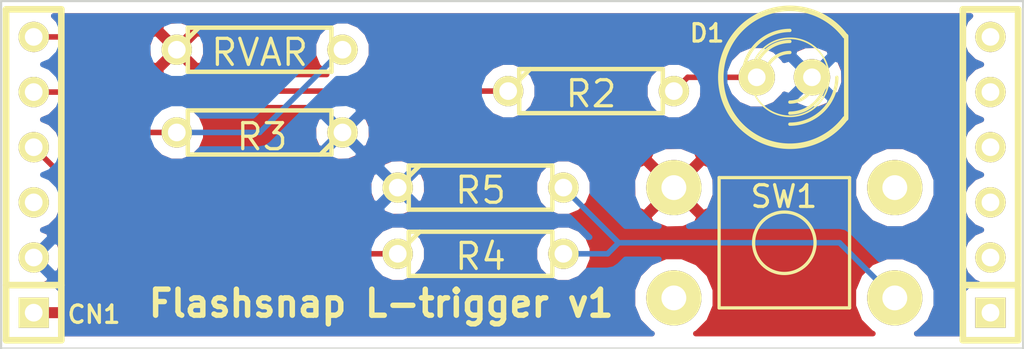
<source format=kicad_pcb>
(kicad_pcb (version 3) (host pcbnew "(2013-jul-07)-stable")

  (general
    (links 12)
    (no_connects 0)
    (area 185.2916 139.949999 234.676401 156.050001)
    (thickness 1.6)
    (drawings 5)
    (tracks 17)
    (zones 0)
    (modules 9)
    (nets 8)
  )

  (page A3)
  (layers
    (15 F.Cu signal)
    (0 B.Cu signal)
    (16 B.Adhes user)
    (17 F.Adhes user)
    (18 B.Paste user)
    (19 F.Paste user)
    (20 B.SilkS user)
    (21 F.SilkS user)
    (22 B.Mask user)
    (23 F.Mask user)
    (24 Dwgs.User user)
    (25 Cmts.User user)
    (26 Eco1.User user)
    (27 Eco2.User user)
    (28 Edge.Cuts user)
  )

  (setup
    (last_trace_width 0.254)
    (trace_clearance 0.254)
    (zone_clearance 0.508)
    (zone_45_only no)
    (trace_min 0.254)
    (segment_width 0.2)
    (edge_width 0.1)
    (via_size 0.889)
    (via_drill 0.635)
    (via_min_size 0.889)
    (via_min_drill 0.508)
    (uvia_size 0.508)
    (uvia_drill 0.127)
    (uvias_allowed no)
    (uvia_min_size 0.508)
    (uvia_min_drill 0.127)
    (pcb_text_width 0.3)
    (pcb_text_size 1.5 1.5)
    (mod_edge_width 0.15)
    (mod_text_size 1 1)
    (mod_text_width 0.15)
    (pad_size 1.5 1.5)
    (pad_drill 0.6)
    (pad_to_mask_clearance 0)
    (aux_axis_origin 0 0)
    (visible_elements FFFFFFBF)
    (pcbplotparams
      (layerselection 3178497)
      (usegerberextensions true)
      (excludeedgelayer true)
      (linewidth 0.150000)
      (plotframeref false)
      (viasonmask false)
      (mode 1)
      (useauxorigin false)
      (hpglpennumber 1)
      (hpglpenspeed 20)
      (hpglpendiameter 15)
      (hpglpenoverlay 2)
      (psnegative false)
      (psa4output false)
      (plotreference true)
      (plotvalue true)
      (plotothertext true)
      (plotinvisibletext false)
      (padsonsilk false)
      (subtractmaskfromsilk false)
      (outputformat 1)
      (mirror false)
      (drillshape 1)
      (scaleselection 1)
      (outputdirectory ""))
  )

  (net 0 "")
  (net 1 N-000001)
  (net 2 N-0000014)
  (net 3 N-000002)
  (net 4 N-000003)
  (net 5 N-000004)
  (net 6 N-000005)
  (net 7 N-000006)

  (net_class Default "This is the default net class."
    (clearance 0.254)
    (trace_width 0.254)
    (via_dia 0.889)
    (via_drill 0.635)
    (uvia_dia 0.508)
    (uvia_drill 0.127)
    (add_net "")
    (add_net N-000001)
    (add_net N-0000014)
    (add_net N-000002)
    (add_net N-000003)
    (add_net N-000004)
    (add_net N-000005)
    (add_net N-000006)
  )

  (module SW_PUSH_6MM (layer F.Cu) (tedit 5486012E) (tstamp 5485E322)
    (at 223.52 151.13)
    (descr "Bouton poussoir")
    (tags "SWITCH DEV")
    (path /54843082)
    (autoplace_cost180 10)
    (fp_text reference SW1 (at -0.02 -2.13) (layer F.SilkS)
      (effects (font (size 1 1) (thickness 0.15)))
    )
    (fp_text value SW_PUSH (at 0 0) (layer F.SilkS) hide
      (effects (font (size 1.27 1.27) (thickness 0.254)))
    )
    (fp_circle (center 0 0) (end 1 1) (layer F.SilkS) (width 0.15))
    (fp_line (start 3 3) (end 3 -3) (layer F.SilkS) (width 0.15))
    (fp_line (start 3 -3) (end -3 -3) (layer F.SilkS) (width 0.15))
    (fp_line (start -3 -3) (end -3 3) (layer F.SilkS) (width 0.15))
    (fp_line (start -3 3) (end 3 3) (layer F.SilkS) (width 0.15))
    (pad 1 thru_hole circle (at -5.08 -2.54) (size 2.54 2.54) (drill 1.143)
      (layers *.Cu *.Mask F.SilkS)
      (net 5 N-000004)
    )
    (pad 2 thru_hole circle (at 5.08 2.54) (size 2.54 2.54) (drill 1.143)
      (layers *.Cu *.Mask F.SilkS)
      (net 4 N-000003)
    )
    (pad 4 thru_hole circle (at 5.08 -2.54) (size 2.54 2.54) (drill 1.143)
      (layers *.Cu *.Mask F.SilkS)
    )
    (pad 5 thru_hole circle (at -5.08 2.54) (size 2.54 2.54) (drill 1.143)
      (layers *.Cu *.Mask F.SilkS)
    )
    (model device/switch_push.wrl
      (at (xyz 0 0 0))
      (scale (xyz 1 1 1))
      (rotate (xyz 0 0 0))
    )
  )

  (module SIL-6 (layer F.Cu) (tedit 5485E9B8) (tstamp 5485E331)
    (at 233 148 90)
    (descr "Connecteur 6 pins")
    (tags "CONN DEV")
    (path /5484339B)
    (fp_text reference CN2 (at 5.75 -3.25 180) (layer F.SilkS) hide
      (effects (font (size 1.72974 1.08712) (thickness 0.27178)))
    )
    (fp_text value CN_6 (at 0 -2.54 90) (layer F.SilkS) hide
      (effects (font (size 1.524 1.016) (thickness 0.3048)))
    )
    (fp_line (start -7.62 1.27) (end -7.62 -1.27) (layer F.SilkS) (width 0.3048))
    (fp_line (start -7.62 -1.27) (end 7.62 -1.27) (layer F.SilkS) (width 0.3048))
    (fp_line (start 7.62 -1.27) (end 7.62 1.27) (layer F.SilkS) (width 0.3048))
    (fp_line (start 7.62 1.27) (end -7.62 1.27) (layer F.SilkS) (width 0.3048))
    (fp_line (start -5.08 1.27) (end -5.08 -1.27) (layer F.SilkS) (width 0.3048))
    (pad 1 thru_hole rect (at -6.35 0 90) (size 1.397 1.397) (drill 0.8128)
      (layers *.Cu *.Mask F.SilkS)
    )
    (pad 2 thru_hole circle (at -3.81 0 90) (size 1.397 1.397) (drill 0.8128)
      (layers *.Cu *.Mask F.SilkS)
    )
    (pad 3 thru_hole circle (at -1.27 0 90) (size 1.397 1.397) (drill 0.8128)
      (layers *.Cu *.Mask F.SilkS)
    )
    (pad 4 thru_hole circle (at 1.27 0 90) (size 1.397 1.397) (drill 0.8128)
      (layers *.Cu *.Mask F.SilkS)
    )
    (pad 5 thru_hole circle (at 3.81 0 90) (size 1.397 1.397) (drill 0.8128)
      (layers *.Cu *.Mask F.SilkS)
    )
    (pad 6 thru_hole circle (at 6.35 0 90) (size 1.397 1.397) (drill 0.8128)
      (layers *.Cu *.Mask F.SilkS)
    )
  )

  (module SIL-6 (layer F.Cu) (tedit 548600B7) (tstamp 5485E340)
    (at 189 148 90)
    (descr "Connecteur 6 pins")
    (tags "CONN DEV")
    (path /548433AA)
    (fp_text reference CN1 (at -6.432 2.77 180) (layer F.SilkS)
      (effects (font (size 0.8 0.8) (thickness 0.15)))
    )
    (fp_text value CN_6 (at 0 -2.54 90) (layer F.SilkS) hide
      (effects (font (size 1.524 1.016) (thickness 0.3048)))
    )
    (fp_line (start -7.62 1.27) (end -7.62 -1.27) (layer F.SilkS) (width 0.3048))
    (fp_line (start -7.62 -1.27) (end 7.62 -1.27) (layer F.SilkS) (width 0.3048))
    (fp_line (start 7.62 -1.27) (end 7.62 1.27) (layer F.SilkS) (width 0.3048))
    (fp_line (start 7.62 1.27) (end -7.62 1.27) (layer F.SilkS) (width 0.3048))
    (fp_line (start -5.08 1.27) (end -5.08 -1.27) (layer F.SilkS) (width 0.3048))
    (pad 1 thru_hole rect (at -6.35 0 90) (size 1.397 1.397) (drill 0.8128)
      (layers *.Cu *.Mask F.SilkS)
      (net 5 N-000004)
    )
    (pad 2 thru_hole circle (at -3.81 0 90) (size 1.397 1.397) (drill 0.8128)
      (layers *.Cu *.Mask F.SilkS)
      (net 7 N-000006)
    )
    (pad 3 thru_hole circle (at -1.27 0 90) (size 1.397 1.397) (drill 0.8128)
      (layers *.Cu *.Mask F.SilkS)
    )
    (pad 4 thru_hole circle (at 1.27 0 90) (size 1.397 1.397) (drill 0.8128)
      (layers *.Cu *.Mask F.SilkS)
      (net 1 N-000001)
    )
    (pad 5 thru_hole circle (at 3.81 0 90) (size 1.397 1.397) (drill 0.8128)
      (layers *.Cu *.Mask F.SilkS)
      (net 3 N-000002)
    )
    (pad 6 thru_hole circle (at 6.35 0 90) (size 1.397 1.397) (drill 0.8128)
      (layers *.Cu *.Mask F.SilkS)
      (net 6 N-000005)
    )
  )

  (module LED-5MM (layer F.Cu) (tedit 54860124) (tstamp 5485E377)
    (at 223.52 143.51)
    (descr "LED 5mm - Lead pitch 100mil (2,54mm)")
    (tags "LED led 5mm 5MM 100mil 2,54mm")
    (path /548432EF)
    (fp_text reference D1 (at -3.556 -2.032) (layer F.SilkS)
      (effects (font (size 0.8 0.8) (thickness 0.15)))
    )
    (fp_text value LED (at 0 3.81) (layer F.SilkS) hide
      (effects (font (size 0.762 0.762) (thickness 0.0889)))
    )
    (fp_line (start 2.8448 1.905) (end 2.8448 -1.905) (layer F.SilkS) (width 0.2032))
    (fp_circle (center 0.254 0) (end -1.016 1.27) (layer F.SilkS) (width 0.0762))
    (fp_arc (start 0.254 0) (end 2.794 1.905) (angle 286.2) (layer F.SilkS) (width 0.254))
    (fp_arc (start 0.254 0) (end -0.889 0) (angle 90) (layer F.SilkS) (width 0.1524))
    (fp_arc (start 0.254 0) (end 1.397 0) (angle 90) (layer F.SilkS) (width 0.1524))
    (fp_arc (start 0.254 0) (end -1.397 0) (angle 90) (layer F.SilkS) (width 0.1524))
    (fp_arc (start 0.254 0) (end 1.905 0) (angle 90) (layer F.SilkS) (width 0.1524))
    (fp_arc (start 0.254 0) (end -1.905 0) (angle 90) (layer F.SilkS) (width 0.1524))
    (fp_arc (start 0.254 0) (end 2.413 0) (angle 90) (layer F.SilkS) (width 0.1524))
    (pad 1 thru_hole circle (at -1.27 0) (size 1.6764 1.6764) (drill 0.8128)
      (layers *.Cu *.Mask F.SilkS)
      (net 2 N-0000014)
    )
    (pad 2 thru_hole circle (at 1.27 0) (size 1.6764 1.6764) (drill 0.8128)
      (layers *.Cu *.Mask F.SilkS)
      (net 7 N-000006)
    )
    (model discret/leds/led5_vertical_verde.wrl
      (at (xyz 0 0 0))
      (scale (xyz 1 1 1))
      (rotate (xyz 0 0 0))
    )
  )

  (module R3 (layer F.Cu) (tedit 54860142) (tstamp 54860B05)
    (at 199.39 142.24)
    (descr "Resitance 3 pas")
    (tags R)
    (path /548430BF)
    (autoplace_cost180 10)
    (fp_text reference R1 (at 0 0.127) (layer F.SilkS) hide
      (effects (font (size 1.397 1.27) (thickness 0.2032)))
    )
    (fp_text value RVAR (at 0 0.127) (layer F.SilkS)
      (effects (font (size 1.2 1.2) (thickness 0.15)))
    )
    (fp_line (start -3.81 0) (end -3.302 0) (layer F.SilkS) (width 0.2032))
    (fp_line (start 3.81 0) (end 3.302 0) (layer F.SilkS) (width 0.2032))
    (fp_line (start 3.302 0) (end 3.302 -1.016) (layer F.SilkS) (width 0.2032))
    (fp_line (start 3.302 -1.016) (end -3.302 -1.016) (layer F.SilkS) (width 0.2032))
    (fp_line (start -3.302 -1.016) (end -3.302 1.016) (layer F.SilkS) (width 0.2032))
    (fp_line (start -3.302 1.016) (end 3.302 1.016) (layer F.SilkS) (width 0.2032))
    (fp_line (start 3.302 1.016) (end 3.302 0) (layer F.SilkS) (width 0.2032))
    (fp_line (start -3.302 -0.508) (end -2.794 -1.016) (layer F.SilkS) (width 0.2032))
    (pad 1 thru_hole circle (at -3.81 0) (size 1.397 1.397) (drill 0.8128)
      (layers *.Cu *.Mask F.SilkS)
      (net 5 N-000004)
    )
    (pad 2 thru_hole circle (at 3.81 0) (size 1.397 1.397) (drill 0.8128)
      (layers *.Cu *.Mask F.SilkS)
      (net 3 N-000002)
    )
    (model discret/resistor.wrl
      (at (xyz 0 0 0))
      (scale (xyz 0.3 0.3 0.3))
      (rotate (xyz 0 0 0))
    )
  )

  (module R3 (layer F.Cu) (tedit 54860157) (tstamp 54860B79)
    (at 199.39 146.05 180)
    (descr "Resitance 3 pas")
    (tags R)
    (path /548432FE)
    (autoplace_cost180 10)
    (fp_text reference R3 (at -0.11 -0.2 180) (layer F.SilkS)
      (effects (font (size 1.2 1.2) (thickness 0.15)))
    )
    (fp_text value R (at 0 0.127 180) (layer F.SilkS) hide
      (effects (font (size 1.397 1.27) (thickness 0.2032)))
    )
    (fp_line (start -3.81 0) (end -3.302 0) (layer F.SilkS) (width 0.2032))
    (fp_line (start 3.81 0) (end 3.302 0) (layer F.SilkS) (width 0.2032))
    (fp_line (start 3.302 0) (end 3.302 -1.016) (layer F.SilkS) (width 0.2032))
    (fp_line (start 3.302 -1.016) (end -3.302 -1.016) (layer F.SilkS) (width 0.2032))
    (fp_line (start -3.302 -1.016) (end -3.302 1.016) (layer F.SilkS) (width 0.2032))
    (fp_line (start -3.302 1.016) (end 3.302 1.016) (layer F.SilkS) (width 0.2032))
    (fp_line (start 3.302 1.016) (end 3.302 0) (layer F.SilkS) (width 0.2032))
    (fp_line (start -3.302 -0.508) (end -2.794 -1.016) (layer F.SilkS) (width 0.2032))
    (pad 1 thru_hole circle (at -3.81 0 180) (size 1.397 1.397) (drill 0.8128)
      (layers *.Cu *.Mask F.SilkS)
      (net 7 N-000006)
    )
    (pad 2 thru_hole circle (at 3.81 0 180) (size 1.397 1.397) (drill 0.8128)
      (layers *.Cu *.Mask F.SilkS)
      (net 3 N-000002)
    )
    (model discret/resistor.wrl
      (at (xyz 0 0 0))
      (scale (xyz 0.3 0.3 0.3))
      (rotate (xyz 0 0 0))
    )
  )

  (module R3 (layer F.Cu) (tedit 54860167) (tstamp 54860B87)
    (at 214.63 144.145)
    (descr "Resitance 3 pas")
    (tags R)
    (path /5484330D)
    (autoplace_cost180 10)
    (fp_text reference R2 (at 0 0.127) (layer F.SilkS)
      (effects (font (size 1.2 1.2) (thickness 0.15)))
    )
    (fp_text value R (at 0 0.127) (layer F.SilkS) hide
      (effects (font (size 1.397 1.27) (thickness 0.2032)))
    )
    (fp_line (start -3.81 0) (end -3.302 0) (layer F.SilkS) (width 0.2032))
    (fp_line (start 3.81 0) (end 3.302 0) (layer F.SilkS) (width 0.2032))
    (fp_line (start 3.302 0) (end 3.302 -1.016) (layer F.SilkS) (width 0.2032))
    (fp_line (start 3.302 -1.016) (end -3.302 -1.016) (layer F.SilkS) (width 0.2032))
    (fp_line (start -3.302 -1.016) (end -3.302 1.016) (layer F.SilkS) (width 0.2032))
    (fp_line (start -3.302 1.016) (end 3.302 1.016) (layer F.SilkS) (width 0.2032))
    (fp_line (start 3.302 1.016) (end 3.302 0) (layer F.SilkS) (width 0.2032))
    (fp_line (start -3.302 -0.508) (end -2.794 -1.016) (layer F.SilkS) (width 0.2032))
    (pad 1 thru_hole circle (at -3.81 0) (size 1.397 1.397) (drill 0.8128)
      (layers *.Cu *.Mask F.SilkS)
      (net 6 N-000005)
    )
    (pad 2 thru_hole circle (at 3.81 0) (size 1.397 1.397) (drill 0.8128)
      (layers *.Cu *.Mask F.SilkS)
      (net 2 N-0000014)
    )
    (model discret/resistor.wrl
      (at (xyz 0 0 0))
      (scale (xyz 0.3 0.3 0.3))
      (rotate (xyz 0 0 0))
    )
  )

  (module R3 (layer F.Cu) (tedit 54860180) (tstamp 54860B95)
    (at 209.55 151.638)
    (descr "Resitance 3 pas")
    (tags R)
    (path /5484B143)
    (autoplace_cost180 10)
    (fp_text reference R4 (at 0 0.127) (layer F.SilkS)
      (effects (font (size 1.2 1.2) (thickness 0.15)))
    )
    (fp_text value R (at 0 0.127) (layer F.SilkS) hide
      (effects (font (size 1.397 1.27) (thickness 0.2032)))
    )
    (fp_line (start -3.81 0) (end -3.302 0) (layer F.SilkS) (width 0.2032))
    (fp_line (start 3.81 0) (end 3.302 0) (layer F.SilkS) (width 0.2032))
    (fp_line (start 3.302 0) (end 3.302 -1.016) (layer F.SilkS) (width 0.2032))
    (fp_line (start 3.302 -1.016) (end -3.302 -1.016) (layer F.SilkS) (width 0.2032))
    (fp_line (start -3.302 -1.016) (end -3.302 1.016) (layer F.SilkS) (width 0.2032))
    (fp_line (start -3.302 1.016) (end 3.302 1.016) (layer F.SilkS) (width 0.2032))
    (fp_line (start 3.302 1.016) (end 3.302 0) (layer F.SilkS) (width 0.2032))
    (fp_line (start -3.302 -0.508) (end -2.794 -1.016) (layer F.SilkS) (width 0.2032))
    (pad 1 thru_hole circle (at -3.81 0) (size 1.397 1.397) (drill 0.8128)
      (layers *.Cu *.Mask F.SilkS)
      (net 1 N-000001)
    )
    (pad 2 thru_hole circle (at 3.81 0) (size 1.397 1.397) (drill 0.8128)
      (layers *.Cu *.Mask F.SilkS)
      (net 4 N-000003)
    )
    (model discret/resistor.wrl
      (at (xyz 0 0 0))
      (scale (xyz 0.3 0.3 0.3))
      (rotate (xyz 0 0 0))
    )
  )

  (module R3 (layer F.Cu) (tedit 54860174) (tstamp 54860BA3)
    (at 209.55 148.59)
    (descr "Resitance 3 pas")
    (tags R)
    (path /5484B254)
    (autoplace_cost180 10)
    (fp_text reference R5 (at 0 0.127) (layer F.SilkS)
      (effects (font (size 1.2 1.2) (thickness 0.15)))
    )
    (fp_text value R (at 0 0.127) (layer F.SilkS) hide
      (effects (font (size 1.397 1.27) (thickness 0.2032)))
    )
    (fp_line (start -3.81 0) (end -3.302 0) (layer F.SilkS) (width 0.2032))
    (fp_line (start 3.81 0) (end 3.302 0) (layer F.SilkS) (width 0.2032))
    (fp_line (start 3.302 0) (end 3.302 -1.016) (layer F.SilkS) (width 0.2032))
    (fp_line (start 3.302 -1.016) (end -3.302 -1.016) (layer F.SilkS) (width 0.2032))
    (fp_line (start -3.302 -1.016) (end -3.302 1.016) (layer F.SilkS) (width 0.2032))
    (fp_line (start -3.302 1.016) (end 3.302 1.016) (layer F.SilkS) (width 0.2032))
    (fp_line (start 3.302 1.016) (end 3.302 0) (layer F.SilkS) (width 0.2032))
    (fp_line (start -3.302 -0.508) (end -2.794 -1.016) (layer F.SilkS) (width 0.2032))
    (pad 1 thru_hole circle (at -3.81 0) (size 1.397 1.397) (drill 0.8128)
      (layers *.Cu *.Mask F.SilkS)
      (net 7 N-000006)
    )
    (pad 2 thru_hole circle (at 3.81 0) (size 1.397 1.397) (drill 0.8128)
      (layers *.Cu *.Mask F.SilkS)
      (net 4 N-000003)
    )
    (model discret/resistor.wrl
      (at (xyz 0 0 0))
      (scale (xyz 0.3 0.3 0.3))
      (rotate (xyz 0 0 0))
    )
  )

  (gr_text "Flashsnap L-trigger v1" (at 204.978 153.924) (layer F.SilkS)
    (effects (font (size 1.2 1.2) (thickness 0.25)))
  )
  (gr_line (start 187.5 156) (end 187.5 140) (angle 90) (layer Edge.Cuts) (width 0.1))
  (gr_line (start 234.5 156) (end 187.5 156) (angle 90) (layer Edge.Cuts) (width 0.1))
  (gr_line (start 234.5 140) (end 234.5 156) (angle 90) (layer Edge.Cuts) (width 0.1))
  (gr_line (start 187.5 140) (end 234.5 140) (angle 90) (layer Edge.Cuts) (width 0.1))

  (segment (start 205.74 151.638) (end 193.908 151.638) (width 0.254) (layer F.Cu) (net 1))
  (segment (start 193.908 151.638) (end 189 146.73) (width 0.254) (layer F.Cu) (net 1) (tstamp 54860042))
  (segment (start 222.25 143.51) (end 219.075 143.51) (width 0.254) (layer F.Cu) (net 2))
  (segment (start 219.075 143.51) (end 218.44 144.145) (width 0.254) (layer F.Cu) (net 2) (tstamp 54860D3B))
  (segment (start 195.58 146.05) (end 199.39 146.05) (width 0.254) (layer B.Cu) (net 3))
  (segment (start 199.39 146.05) (end 203.2 142.24) (width 0.254) (layer B.Cu) (net 3) (tstamp 54860EFC))
  (segment (start 189 144.19) (end 191.69 144.19) (width 0.254) (layer F.Cu) (net 3))
  (segment (start 193.55 146.05) (end 195.58 146.05) (width 0.254) (layer F.Cu) (net 3) (tstamp 54860EF8))
  (segment (start 191.69 144.19) (end 193.55 146.05) (width 0.254) (layer F.Cu) (net 3) (tstamp 54860EF6))
  (segment (start 213.36 151.638) (end 215.392 151.638) (width 0.254) (layer B.Cu) (net 4) (status 400000))
  (segment (start 215.392 151.638) (end 215.9 151.13) (width 0.254) (layer B.Cu) (net 4) (tstamp 548601FF))
  (segment (start 228.6 153.67) (end 226.06 151.13) (width 0.254) (layer B.Cu) (net 4) (status 400000))
  (segment (start 215.9 151.13) (end 213.36 148.59) (width 0.254) (layer B.Cu) (net 4) (tstamp 548601E8) (status 800000))
  (segment (start 226.06 151.13) (end 215.9 151.13) (width 0.254) (layer B.Cu) (net 4) (tstamp 548601E3))
  (segment (start 210.82 144.145) (end 193.675 144.145) (width 0.254) (layer F.Cu) (net 6))
  (segment (start 191.18 141.65) (end 189 141.65) (width 0.254) (layer F.Cu) (net 6) (tstamp 54860D35))
  (segment (start 193.675 144.145) (end 191.18 141.65) (width 0.254) (layer F.Cu) (net 6) (tstamp 54860D34))

  (zone (net 5) (net_name N-000004) (layer F.Cu) (tstamp 54860CF0) (hatch edge 0.508)
    (connect_pads (clearance 0.508))
    (min_thickness 0.254)
    (fill (arc_segments 16) (thermal_gap 0.508) (thermal_bridge_width 0.508))
    (polygon
      (pts
        (xy 234.5 156) (xy 187.5 156) (xy 187.5 140) (xy 234.5 140)
      )
    )
    (filled_polygon
      (pts
        (xy 232.581448 150.540093) (xy 232.24562 150.678855) (xy 231.870174 151.053647) (xy 231.666733 151.543587) (xy 231.66627 152.074086)
        (xy 231.868855 152.56438) (xy 232.243647 152.939826) (xy 232.428033 153.01639) (xy 232.175745 153.01639) (xy 231.942271 153.112859)
        (xy 231.763487 153.291332) (xy 231.666611 153.524636) (xy 231.66639 153.777255) (xy 231.66639 155.174255) (xy 231.724544 155.315)
        (xy 229.607311 155.315) (xy 229.677686 155.285922) (xy 230.214039 154.750505) (xy 230.504668 154.05059) (xy 230.50533 153.292735)
        (xy 230.50533 148.212735) (xy 230.215922 147.512314) (xy 229.680505 146.975961) (xy 228.98059 146.685332) (xy 228.222735 146.68467)
        (xy 227.522314 146.974078) (xy 226.985961 147.509495) (xy 226.695332 148.20941) (xy 226.69467 148.967265) (xy 226.984078 149.667686)
        (xy 227.519495 150.204039) (xy 228.21941 150.494668) (xy 228.977265 150.49533) (xy 229.677686 150.205922) (xy 230.214039 149.670505)
        (xy 230.504668 148.97059) (xy 230.50533 148.212735) (xy 230.50533 153.292735) (xy 230.215922 152.592314) (xy 229.680505 152.055961)
        (xy 228.98059 151.765332) (xy 228.222735 151.76467) (xy 227.522314 152.054078) (xy 226.985961 152.589495) (xy 226.695332 153.28941)
        (xy 226.69467 154.047265) (xy 226.984078 154.747686) (xy 227.519495 155.284039) (xy 227.594057 155.315) (xy 226.263454 155.315)
        (xy 226.263454 143.218248) (xy 226.039646 142.67659) (xy 225.62559 142.261811) (xy 225.084323 142.037057) (xy 224.498248 142.036546)
        (xy 223.95659 142.260354) (xy 223.541811 142.67441) (xy 223.520224 142.726394) (xy 223.499646 142.67659) (xy 223.08559 142.261811)
        (xy 222.544323 142.037057) (xy 221.958248 142.036546) (xy 221.41659 142.260354) (xy 221.001811 142.67441) (xy 220.971253 142.748)
        (xy 219.075 142.748) (xy 218.783395 142.806004) (xy 218.748602 142.829251) (xy 218.706413 142.811733) (xy 218.175914 142.81127)
        (xy 217.68562 143.013855) (xy 217.310174 143.388647) (xy 217.106733 143.878587) (xy 217.10627 144.409086) (xy 217.308855 144.89938)
        (xy 217.683647 145.274826) (xy 218.173587 145.478267) (xy 218.704086 145.47873) (xy 219.19438 145.276145) (xy 219.569826 144.901353)
        (xy 219.773267 144.411413) (xy 219.773388 144.272) (xy 220.970848 144.272) (xy 221.000354 144.34341) (xy 221.41441 144.758189)
        (xy 221.955677 144.982943) (xy 222.541752 144.983454) (xy 223.08341 144.759646) (xy 223.498189 144.34559) (xy 223.519775 144.293605)
        (xy 223.540354 144.34341) (xy 223.95441 144.758189) (xy 224.495677 144.982943) (xy 225.081752 144.983454) (xy 225.62341 144.759646)
        (xy 226.038189 144.34559) (xy 226.262943 143.804323) (xy 226.263454 143.218248) (xy 226.263454 155.315) (xy 220.35426 155.315)
        (xy 220.35426 148.918964) (xy 220.334435 148.161368) (xy 220.082656 147.553521) (xy 219.787776 147.421829) (xy 219.608171 147.601434)
        (xy 219.608171 147.242224) (xy 219.476479 146.947344) (xy 218.768964 146.67574) (xy 218.011368 146.695565) (xy 217.403521 146.947344)
        (xy 217.271829 147.242224) (xy 218.44 148.410395) (xy 219.608171 147.242224) (xy 219.608171 147.601434) (xy 218.619605 148.59)
        (xy 219.787776 149.758171) (xy 220.082656 149.626479) (xy 220.35426 148.918964) (xy 220.35426 155.315) (xy 219.447311 155.315)
        (xy 219.517686 155.285922) (xy 220.054039 154.750505) (xy 220.344668 154.05059) (xy 220.34533 153.292735) (xy 220.055922 152.592314)
        (xy 219.608171 152.14378) (xy 219.608171 149.937776) (xy 218.44 148.769605) (xy 218.260395 148.94921) (xy 218.260395 148.59)
        (xy 217.092224 147.421829) (xy 216.797344 147.553521) (xy 216.52574 148.261036) (xy 216.545565 149.018632) (xy 216.797344 149.626479)
        (xy 217.092224 149.758171) (xy 218.260395 148.59) (xy 218.260395 148.94921) (xy 217.271829 149.937776) (xy 217.403521 150.232656)
        (xy 218.111036 150.50426) (xy 218.868632 150.484435) (xy 219.476479 150.232656) (xy 219.608171 149.937776) (xy 219.608171 152.14378)
        (xy 219.520505 152.055961) (xy 218.82059 151.765332) (xy 218.062735 151.76467) (xy 217.362314 152.054078) (xy 216.825961 152.589495)
        (xy 216.535332 153.28941) (xy 216.53467 154.047265) (xy 216.824078 154.747686) (xy 217.359495 155.284039) (xy 217.434057 155.315)
        (xy 214.69373 155.315) (xy 214.69373 151.373914) (xy 214.69373 148.325914) (xy 214.491145 147.83562) (xy 214.116353 147.460174)
        (xy 213.626413 147.256733) (xy 213.095914 147.25627) (xy 212.60562 147.458855) (xy 212.230174 147.833647) (xy 212.026733 148.323587)
        (xy 212.02627 148.854086) (xy 212.228855 149.34438) (xy 212.603647 149.719826) (xy 213.093587 149.923267) (xy 213.624086 149.92373)
        (xy 214.11438 149.721145) (xy 214.489826 149.346353) (xy 214.693267 148.856413) (xy 214.69373 148.325914) (xy 214.69373 151.373914)
        (xy 214.491145 150.88362) (xy 214.116353 150.508174) (xy 213.626413 150.304733) (xy 213.095914 150.30427) (xy 212.60562 150.506855)
        (xy 212.230174 150.881647) (xy 212.026733 151.371587) (xy 212.02627 151.902086) (xy 212.228855 152.39238) (xy 212.603647 152.767826)
        (xy 213.093587 152.971267) (xy 213.624086 152.97173) (xy 214.11438 152.769145) (xy 214.489826 152.394353) (xy 214.693267 151.904413)
        (xy 214.69373 151.373914) (xy 214.69373 155.315) (xy 190.275455 155.315) (xy 190.33361 155.174255) (xy 190.3335 154.63575)
        (xy 190.17475 154.477) (xy 189.127 154.477) (xy 189.127 154.497) (xy 188.873 154.497) (xy 188.873 154.477)
        (xy 188.853 154.477) (xy 188.853 154.223) (xy 188.873 154.223) (xy 188.873 154.203) (xy 189.127 154.203)
        (xy 189.127 154.223) (xy 190.17475 154.223) (xy 190.3335 154.06425) (xy 190.33361 153.525745) (xy 190.237141 153.292271)
        (xy 190.058668 153.113487) (xy 189.825364 153.016611) (xy 189.572745 153.01639) (xy 189.572272 153.01639) (xy 189.75438 152.941145)
        (xy 190.129826 152.566353) (xy 190.333267 152.076413) (xy 190.33373 151.545914) (xy 190.131145 151.05562) (xy 189.756353 150.680174)
        (xy 189.418551 150.539906) (xy 189.75438 150.401145) (xy 190.129826 150.026353) (xy 190.333267 149.536413) (xy 190.333611 149.141241)
        (xy 193.369185 152.176815) (xy 193.616395 152.341996) (xy 193.908 152.4) (xy 204.616461 152.4) (xy 204.983647 152.767826)
        (xy 205.473587 152.971267) (xy 206.004086 152.97173) (xy 206.49438 152.769145) (xy 206.869826 152.394353) (xy 207.073267 151.904413)
        (xy 207.07373 151.373914) (xy 207.07373 148.325914) (xy 206.871145 147.83562) (xy 206.496353 147.460174) (xy 206.006413 147.256733)
        (xy 205.475914 147.25627) (xy 204.98562 147.458855) (xy 204.610174 147.833647) (xy 204.406733 148.323587) (xy 204.40627 148.854086)
        (xy 204.608855 149.34438) (xy 204.983647 149.719826) (xy 205.473587 149.923267) (xy 206.004086 149.92373) (xy 206.49438 149.721145)
        (xy 206.869826 149.346353) (xy 207.073267 148.856413) (xy 207.07373 148.325914) (xy 207.07373 151.373914) (xy 206.871145 150.88362)
        (xy 206.496353 150.508174) (xy 206.006413 150.304733) (xy 205.475914 150.30427) (xy 204.98562 150.506855) (xy 204.61583 150.876)
        (xy 194.22363 150.876) (xy 190.333276 146.985646) (xy 190.33373 146.465914) (xy 190.131145 145.97562) (xy 189.756353 145.600174)
        (xy 189.418551 145.459906) (xy 189.75438 145.321145) (xy 190.124169 144.952) (xy 191.374369 144.952) (xy 193.011184 146.588815)
        (xy 193.011185 146.588815) (xy 193.258395 146.753996) (xy 193.55 146.812) (xy 194.456461 146.812) (xy 194.823647 147.179826)
        (xy 195.313587 147.383267) (xy 195.844086 147.38373) (xy 196.33438 147.181145) (xy 196.709826 146.806353) (xy 196.913267 146.316413)
        (xy 196.91373 145.785914) (xy 196.711145 145.29562) (xy 196.336353 144.920174) (xy 196.304626 144.907) (xy 202.474311 144.907)
        (xy 202.44562 144.918855) (xy 202.070174 145.293647) (xy 201.866733 145.783587) (xy 201.86627 146.314086) (xy 202.068855 146.80438)
        (xy 202.443647 147.179826) (xy 202.933587 147.383267) (xy 203.464086 147.38373) (xy 203.95438 147.181145) (xy 204.329826 146.806353)
        (xy 204.533267 146.316413) (xy 204.53373 145.785914) (xy 204.331145 145.29562) (xy 203.956353 144.920174) (xy 203.924626 144.907)
        (xy 209.696461 144.907) (xy 210.063647 145.274826) (xy 210.553587 145.478267) (xy 211.084086 145.47873) (xy 211.57438 145.276145)
        (xy 211.949826 144.901353) (xy 212.153267 144.411413) (xy 212.15373 143.880914) (xy 211.951145 143.39062) (xy 211.576353 143.015174)
        (xy 211.086413 142.811733) (xy 210.555914 142.81127) (xy 210.06562 143.013855) (xy 209.69583 143.383) (xy 203.925688 143.383)
        (xy 203.95438 143.371145) (xy 204.329826 142.996353) (xy 204.533267 142.506413) (xy 204.53373 141.975914) (xy 204.331145 141.48562)
        (xy 203.956353 141.110174) (xy 203.466413 140.906733) (xy 202.935914 140.90627) (xy 202.44562 141.108855) (xy 202.070174 141.483647)
        (xy 201.866733 141.973587) (xy 201.86627 142.504086) (xy 202.068855 142.99438) (xy 202.443647 143.369826) (xy 202.475373 143.383)
        (xy 196.925924 143.383) (xy 196.925924 142.43252) (xy 196.897146 141.902802) (xy 196.749798 141.547072) (xy 196.514186 141.485419)
        (xy 196.334581 141.665024) (xy 196.334581 141.305814) (xy 196.272928 141.070202) (xy 195.77252 140.894076) (xy 195.242802 140.922854)
        (xy 194.887072 141.070202) (xy 194.825419 141.305814) (xy 195.58 142.060395) (xy 196.334581 141.305814) (xy 196.334581 141.665024)
        (xy 195.759605 142.24) (xy 196.514186 142.994581) (xy 196.749798 142.932928) (xy 196.925924 142.43252) (xy 196.925924 143.383)
        (xy 196.27994 143.383) (xy 196.334581 143.174186) (xy 195.58 142.419605) (xy 195.400395 142.59921) (xy 195.400395 142.24)
        (xy 194.645814 141.485419) (xy 194.410202 141.547072) (xy 194.234076 142.04748) (xy 194.262854 142.577198) (xy 194.410202 142.932928)
        (xy 194.645814 142.994581) (xy 195.400395 142.24) (xy 195.400395 142.59921) (xy 194.825419 143.174186) (xy 194.880059 143.383)
        (xy 193.99063 143.383) (xy 191.718815 141.111185) (xy 191.471605 140.946004) (xy 191.18 140.888) (xy 190.123538 140.888)
        (xy 189.920891 140.685) (xy 232.079185 140.685) (xy 231.870174 140.893647) (xy 231.666733 141.383587) (xy 231.66627 141.914086)
        (xy 231.868855 142.40438) (xy 232.243647 142.779826) (xy 232.581448 142.920093) (xy 232.24562 143.058855) (xy 231.870174 143.433647)
        (xy 231.666733 143.923587) (xy 231.66627 144.454086) (xy 231.868855 144.94438) (xy 232.243647 145.319826) (xy 232.581448 145.460093)
        (xy 232.24562 145.598855) (xy 231.870174 145.973647) (xy 231.666733 146.463587) (xy 231.66627 146.994086) (xy 231.868855 147.48438)
        (xy 232.243647 147.859826) (xy 232.581448 148.000093) (xy 232.24562 148.138855) (xy 231.870174 148.513647) (xy 231.666733 149.003587)
        (xy 231.66627 149.534086) (xy 231.868855 150.02438) (xy 232.243647 150.399826) (xy 232.581448 150.540093)
      )
    )
  )
  (zone (net 7) (net_name N-000006) (layer B.Cu) (tstamp 54860CF1) (hatch edge 0.508)
    (connect_pads (clearance 0.508))
    (min_thickness 0.254)
    (fill (arc_segments 16) (thermal_gap 0.508) (thermal_bridge_width 0.508))
    (polygon
      (pts
        (xy 234.5 156) (xy 187.5 156) (xy 187.5 140) (xy 234.5 140)
      )
    )
    (filled_polygon
      (pts
        (xy 232.581448 150.540093) (xy 232.24562 150.678855) (xy 231.870174 151.053647) (xy 231.666733 151.543587) (xy 231.66627 152.074086)
        (xy 231.868855 152.56438) (xy 232.243647 152.939826) (xy 232.428033 153.01639) (xy 232.175745 153.01639) (xy 231.942271 153.112859)
        (xy 231.763487 153.291332) (xy 231.666611 153.524636) (xy 231.66639 153.777255) (xy 231.66639 155.174255) (xy 231.724544 155.315)
        (xy 229.607311 155.315) (xy 229.677686 155.285922) (xy 230.214039 154.750505) (xy 230.504668 154.05059) (xy 230.50533 153.292735)
        (xy 230.50533 148.212735) (xy 230.215922 147.512314) (xy 229.680505 146.975961) (xy 228.98059 146.685332) (xy 228.222735 146.68467)
        (xy 227.522314 146.974078) (xy 226.985961 147.509495) (xy 226.695332 148.20941) (xy 226.69467 148.967265) (xy 226.984078 149.667686)
        (xy 227.519495 150.204039) (xy 228.21941 150.494668) (xy 228.977265 150.49533) (xy 229.677686 150.205922) (xy 230.214039 149.670505)
        (xy 230.504668 148.97059) (xy 230.50533 148.212735) (xy 230.50533 153.292735) (xy 230.215922 152.592314) (xy 229.680505 152.055961)
        (xy 228.98059 151.765332) (xy 228.222735 151.76467) (xy 227.903999 151.896368) (xy 226.598815 150.591185) (xy 226.351605 150.426004)
        (xy 226.274976 150.410761) (xy 226.274976 143.735903) (xy 226.248388 143.150432) (xy 226.07549 142.733018) (xy 225.825412 142.654193)
        (xy 225.645807 142.833798) (xy 225.645807 142.474588) (xy 225.566982 142.22451) (xy 225.015903 142.025024) (xy 224.430432 142.051612)
        (xy 224.013018 142.22451) (xy 223.934193 142.474588) (xy 224.79 143.330395) (xy 225.645807 142.474588) (xy 225.645807 142.833798)
        (xy 224.969605 143.51) (xy 225.825412 144.365807) (xy 226.07549 144.286982) (xy 226.274976 143.735903) (xy 226.274976 150.410761)
        (xy 226.06 150.368) (xy 225.645807 150.368) (xy 225.645807 144.545412) (xy 224.79 143.689605) (xy 224.610395 143.86921)
        (xy 224.610395 143.51) (xy 223.754588 142.654193) (xy 223.520835 142.727872) (xy 223.499646 142.67659) (xy 223.08559 142.261811)
        (xy 222.544323 142.037057) (xy 221.958248 142.036546) (xy 221.41659 142.260354) (xy 221.001811 142.67441) (xy 220.777057 143.215677)
        (xy 220.776546 143.801752) (xy 221.000354 144.34341) (xy 221.41441 144.758189) (xy 221.955677 144.982943) (xy 222.541752 144.983454)
        (xy 223.08341 144.759646) (xy 223.498189 144.34559) (xy 223.52044 144.292003) (xy 223.754588 144.365807) (xy 224.610395 143.51)
        (xy 224.610395 143.86921) (xy 223.934193 144.545412) (xy 224.013018 144.79549) (xy 224.564097 144.994976) (xy 225.149568 144.968388)
        (xy 225.566982 144.79549) (xy 225.645807 144.545412) (xy 225.645807 150.368) (xy 219.125427 150.368) (xy 219.517686 150.205922)
        (xy 220.054039 149.670505) (xy 220.344668 148.97059) (xy 220.34533 148.212735) (xy 220.055922 147.512314) (xy 219.77373 147.229628)
        (xy 219.77373 143.880914) (xy 219.571145 143.39062) (xy 219.196353 143.015174) (xy 218.706413 142.811733) (xy 218.175914 142.81127)
        (xy 217.68562 143.013855) (xy 217.310174 143.388647) (xy 217.106733 143.878587) (xy 217.10627 144.409086) (xy 217.308855 144.89938)
        (xy 217.683647 145.274826) (xy 218.173587 145.478267) (xy 218.704086 145.47873) (xy 219.19438 145.276145) (xy 219.569826 144.901353)
        (xy 219.773267 144.411413) (xy 219.77373 143.880914) (xy 219.77373 147.229628) (xy 219.520505 146.975961) (xy 218.82059 146.685332)
        (xy 218.062735 146.68467) (xy 217.362314 146.974078) (xy 216.825961 147.509495) (xy 216.535332 148.20941) (xy 216.53467 148.967265)
        (xy 216.824078 149.667686) (xy 217.359495 150.204039) (xy 217.754358 150.368) (xy 216.21563 150.368) (xy 214.693276 148.845646)
        (xy 214.69373 148.325914) (xy 214.491145 147.83562) (xy 214.116353 147.460174) (xy 213.626413 147.256733) (xy 213.095914 147.25627)
        (xy 212.60562 147.458855) (xy 212.230174 147.833647) (xy 212.15373 148.017744) (xy 212.15373 143.880914) (xy 211.951145 143.39062)
        (xy 211.576353 143.015174) (xy 211.086413 142.811733) (xy 210.555914 142.81127) (xy 210.06562 143.013855) (xy 209.690174 143.388647)
        (xy 209.486733 143.878587) (xy 209.48627 144.409086) (xy 209.688855 144.89938) (xy 210.063647 145.274826) (xy 210.553587 145.478267)
        (xy 211.084086 145.47873) (xy 211.57438 145.276145) (xy 211.949826 144.901353) (xy 212.153267 144.411413) (xy 212.15373 143.880914)
        (xy 212.15373 148.017744) (xy 212.026733 148.323587) (xy 212.02627 148.854086) (xy 212.228855 149.34438) (xy 212.603647 149.719826)
        (xy 213.093587 149.923267) (xy 213.616092 149.923723) (xy 214.568369 150.876) (xy 214.483538 150.876) (xy 214.116353 150.508174)
        (xy 213.626413 150.304733) (xy 213.095914 150.30427) (xy 212.60562 150.506855) (xy 212.230174 150.881647) (xy 212.026733 151.371587)
        (xy 212.02627 151.902086) (xy 212.228855 152.39238) (xy 212.603647 152.767826) (xy 213.093587 152.971267) (xy 213.624086 152.97173)
        (xy 214.11438 152.769145) (xy 214.484169 152.4) (xy 215.392 152.4) (xy 215.392 152.399999) (xy 215.683604 152.341996)
        (xy 215.683605 152.341996) (xy 215.930815 152.176815) (xy 216.21563 151.892) (xy 217.754572 151.892) (xy 217.362314 152.054078)
        (xy 216.825961 152.589495) (xy 216.535332 153.28941) (xy 216.53467 154.047265) (xy 216.824078 154.747686) (xy 217.359495 155.284039)
        (xy 217.434057 155.315) (xy 207.085924 155.315) (xy 207.085924 148.78252) (xy 207.057146 148.252802) (xy 206.909798 147.897072)
        (xy 206.674186 147.835419) (xy 206.494581 148.015024) (xy 206.494581 147.655814) (xy 206.432928 147.420202) (xy 205.93252 147.244076)
        (xy 205.402802 147.272854) (xy 205.047072 147.420202) (xy 204.985419 147.655814) (xy 205.74 148.410395) (xy 206.494581 147.655814)
        (xy 206.494581 148.015024) (xy 205.919605 148.59) (xy 206.674186 149.344581) (xy 206.909798 149.282928) (xy 207.085924 148.78252)
        (xy 207.085924 155.315) (xy 207.07373 155.315) (xy 207.07373 151.373914) (xy 206.871145 150.88362) (xy 206.496353 150.508174)
        (xy 206.494581 150.507438) (xy 206.494581 149.524186) (xy 205.74 148.769605) (xy 205.560395 148.94921) (xy 205.560395 148.59)
        (xy 204.805814 147.835419) (xy 204.570202 147.897072) (xy 204.545924 147.96605) (xy 204.545924 146.24252) (xy 204.53373 146.018064)
        (xy 204.53373 141.975914) (xy 204.331145 141.48562) (xy 203.956353 141.110174) (xy 203.466413 140.906733) (xy 202.935914 140.90627)
        (xy 202.44562 141.108855) (xy 202.070174 141.483647) (xy 201.866733 141.973587) (xy 201.866276 142.496092) (xy 199.074369 145.288)
        (xy 196.91373 145.288) (xy 196.91373 141.975914) (xy 196.711145 141.48562) (xy 196.336353 141.110174) (xy 195.846413 140.906733)
        (xy 195.315914 140.90627) (xy 194.82562 141.108855) (xy 194.450174 141.483647) (xy 194.246733 141.973587) (xy 194.24627 142.504086)
        (xy 194.448855 142.99438) (xy 194.823647 143.369826) (xy 195.313587 143.573267) (xy 195.844086 143.57373) (xy 196.33438 143.371145)
        (xy 196.709826 142.996353) (xy 196.913267 142.506413) (xy 196.91373 141.975914) (xy 196.91373 145.288) (xy 196.703538 145.288)
        (xy 196.336353 144.920174) (xy 195.846413 144.716733) (xy 195.315914 144.71627) (xy 194.82562 144.918855) (xy 194.450174 145.293647)
        (xy 194.246733 145.783587) (xy 194.24627 146.314086) (xy 194.448855 146.80438) (xy 194.823647 147.179826) (xy 195.313587 147.383267)
        (xy 195.844086 147.38373) (xy 196.33438 147.181145) (xy 196.704169 146.812) (xy 199.39 146.812) (xy 199.39 146.811999)
        (xy 199.681604 146.753996) (xy 199.681605 146.753996) (xy 199.928815 146.588815) (xy 202.944354 143.573276) (xy 203.464086 143.57373)
        (xy 203.95438 143.371145) (xy 204.329826 142.996353) (xy 204.533267 142.506413) (xy 204.53373 141.975914) (xy 204.53373 146.018064)
        (xy 204.517146 145.712802) (xy 204.369798 145.357072) (xy 204.134186 145.295419) (xy 203.954581 145.475024) (xy 203.954581 145.115814)
        (xy 203.892928 144.880202) (xy 203.39252 144.704076) (xy 202.862802 144.732854) (xy 202.507072 144.880202) (xy 202.445419 145.115814)
        (xy 203.2 145.870395) (xy 203.954581 145.115814) (xy 203.954581 145.475024) (xy 203.379605 146.05) (xy 204.134186 146.804581)
        (xy 204.369798 146.742928) (xy 204.545924 146.24252) (xy 204.545924 147.96605) (xy 204.394076 148.39748) (xy 204.422854 148.927198)
        (xy 204.570202 149.282928) (xy 204.805814 149.344581) (xy 205.560395 148.59) (xy 205.560395 148.94921) (xy 204.985419 149.524186)
        (xy 205.047072 149.759798) (xy 205.54748 149.935924) (xy 206.077198 149.907146) (xy 206.432928 149.759798) (xy 206.494581 149.524186)
        (xy 206.494581 150.507438) (xy 206.006413 150.304733) (xy 205.475914 150.30427) (xy 204.98562 150.506855) (xy 204.610174 150.881647)
        (xy 204.406733 151.371587) (xy 204.40627 151.902086) (xy 204.608855 152.39238) (xy 204.983647 152.767826) (xy 205.473587 152.971267)
        (xy 206.004086 152.97173) (xy 206.49438 152.769145) (xy 206.869826 152.394353) (xy 207.073267 151.904413) (xy 207.07373 151.373914)
        (xy 207.07373 155.315) (xy 203.954581 155.315) (xy 203.954581 146.984186) (xy 203.2 146.229605) (xy 203.020395 146.40921)
        (xy 203.020395 146.05) (xy 202.265814 145.295419) (xy 202.030202 145.357072) (xy 201.854076 145.85748) (xy 201.882854 146.387198)
        (xy 202.030202 146.742928) (xy 202.265814 146.804581) (xy 203.020395 146.05) (xy 203.020395 146.40921) (xy 202.445419 146.984186)
        (xy 202.507072 147.219798) (xy 203.00748 147.395924) (xy 203.537198 147.367146) (xy 203.892928 147.219798) (xy 203.954581 146.984186)
        (xy 203.954581 155.315) (xy 190.345924 155.315) (xy 190.345924 152.00252) (xy 190.317146 151.472802) (xy 190.169798 151.117072)
        (xy 189.934186 151.055419) (xy 189.179605 151.81) (xy 189.934186 152.564581) (xy 190.169798 152.502928) (xy 190.345924 152.00252)
        (xy 190.345924 155.315) (xy 190.275407 155.315) (xy 190.333389 155.175364) (xy 190.33361 154.922745) (xy 190.33361 153.525745)
        (xy 190.237141 153.292271) (xy 190.058668 153.113487) (xy 189.825364 153.016611) (xy 189.604519 153.016417) (xy 189.692928 152.979798)
        (xy 189.754581 152.744186) (xy 189 151.989605) (xy 188.985857 152.003747) (xy 188.806252 151.824142) (xy 188.820395 151.81)
        (xy 188.806252 151.795857) (xy 188.985857 151.616252) (xy 189 151.630395) (xy 189.754581 150.875814) (xy 189.692928 150.640202)
        (xy 189.413683 150.541917) (xy 189.75438 150.401145) (xy 190.129826 150.026353) (xy 190.333267 149.536413) (xy 190.33373 149.005914)
        (xy 190.131145 148.51562) (xy 189.756353 148.140174) (xy 189.418551 147.999906) (xy 189.75438 147.861145) (xy 190.129826 147.486353)
        (xy 190.333267 146.996413) (xy 190.33373 146.465914) (xy 190.131145 145.97562) (xy 189.756353 145.600174) (xy 189.418551 145.459906)
        (xy 189.75438 145.321145) (xy 190.129826 144.946353) (xy 190.333267 144.456413) (xy 190.33373 143.925914) (xy 190.131145 143.43562)
        (xy 189.756353 143.060174) (xy 189.418551 142.919906) (xy 189.75438 142.781145) (xy 190.129826 142.406353) (xy 190.333267 141.916413)
        (xy 190.33373 141.385914) (xy 190.131145 140.89562) (xy 189.920891 140.685) (xy 232.079185 140.685) (xy 231.870174 140.893647)
        (xy 231.666733 141.383587) (xy 231.66627 141.914086) (xy 231.868855 142.40438) (xy 232.243647 142.779826) (xy 232.581448 142.920093)
        (xy 232.24562 143.058855) (xy 231.870174 143.433647) (xy 231.666733 143.923587) (xy 231.66627 144.454086) (xy 231.868855 144.94438)
        (xy 232.243647 145.319826) (xy 232.581448 145.460093) (xy 232.24562 145.598855) (xy 231.870174 145.973647) (xy 231.666733 146.463587)
        (xy 231.66627 146.994086) (xy 231.868855 147.48438) (xy 232.243647 147.859826) (xy 232.581448 148.000093) (xy 232.24562 148.138855)
        (xy 231.870174 148.513647) (xy 231.666733 149.003587) (xy 231.66627 149.534086) (xy 231.868855 150.02438) (xy 232.243647 150.399826)
        (xy 232.581448 150.540093)
      )
    )
  )
)

</source>
